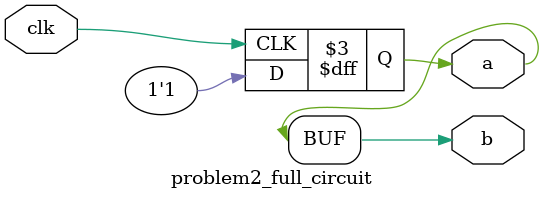
<source format=v>
module problem2_full_circuit(
 input wire clk,
 output reg a,
 output reg b);

// Simple combinational logic
always @(*) b = a;

// Simple sequential logic
always @(posedge clk) begin
 a <= 0;
 a <= 1;
end

endmodule

</source>
